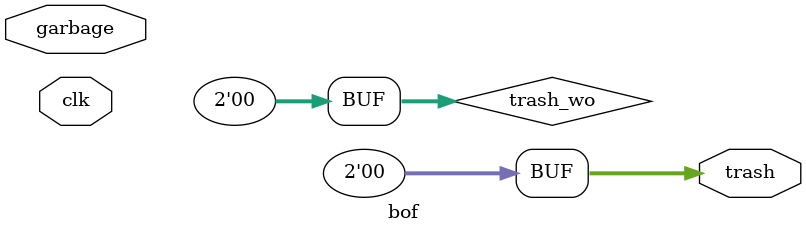
<source format=v>

module bof (
   input clk
  ,input [1:0] garbage
  ,output [1:0] trash
`ifdef GHOSTBUS_LIVE
`GHOSTBUS_ports
`endif
);

`ifdef GHOSTBUS_LIVE
`GHOSTBUS_bof
`endif

(* ghostbus="ro" *) reg [1:0] garbage_ro=0;
(* ghostbus="wo" *) reg [1:0] trash_wo=0;
always @(posedge clk) begin
  garbage_ro <= garbage;
end
assign trash = trash_wo;

endmodule

</source>
